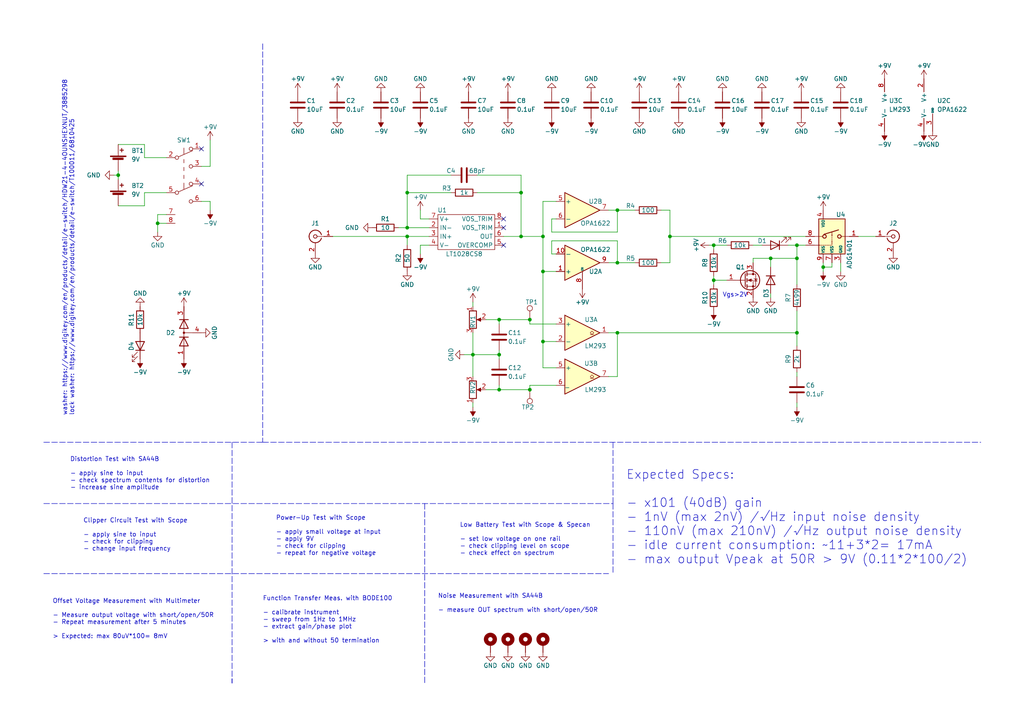
<source format=kicad_sch>
(kicad_sch (version 20211123) (generator eeschema)
  (paper "A4")
  (title_block (title "Spectrum Analyzer Op-Amp") (date "2022-11-06") (rev "3"))
  (lib_symbols
    (symbol "Amplifier_Audio:OPA1622" (pin_names (offset 0.127))
      (property "Reference" "U" (at 3.81 6.35 0))
      (property "Value" "OPA1622" (at 3.81 3.81 0))
      (symbol "OPA1622_1_1"
        (polyline (pts (xy -5.08 5.08) (xy 5.08 0) (xy -5.08 -5.08) (xy -5.08 5.08) (xy -5.08 5.08)) (stroke (width 0.254)) (fill (type background)))
        (pin input line (at -7.62 2.54 0) (length 2.54) (name "+") (number "1"))
        (pin input line (at -7.62 -2.54 0) (length 2.54) (name "-") (number "10"))
        (pin input line (at 0 7.62 270) (length 5.08) (name "EN") (number "8"))
        (pin output line (at 7.62 0 180) (length 2.54) (name "~") (number "9"))
      )
      (symbol "OPA1622_2_1"
        (polyline (pts (xy -5.08 5.08) (xy 5.08 0) (xy -5.08 -5.08) (xy -5.08 5.08) (xy -5.08 5.08)) (stroke (width 0.254)) (fill (type background)))
        (pin input line (at -7.62 2.54 0) (length 2.54) (name "+") (number "5"))
        (pin input line (at -7.62 -2.54 0) (length 2.54) (name "-") (number "6"))
        (pin output line (at 7.62 0 180) (length 2.54) (name "~") (number "7"))
      )
      (symbol "OPA1622_3_1"
        (pin passive line (at -2.54 -7.62 90) (length 3.81) hide (name "V-") (number "11"))
        (pin power_in line (at -2.54 7.62 270) (length 3.81) (name "V+") (number "2"))
        (pin power_in line (at 0 -7.62 90) (length 5.08) (name "GND") (number "3"))
        (pin power_in line (at -2.54 -7.62 90) (length 3.81) (name "V-") (number "4"))
      )
    )
    (symbol "Comparator:LM393" (pin_names (offset 0.127))
      (property "Reference" "U" (at 3.81 3.81 0))
      (property "Value" "LM393" (at 6.35 -3.81 0))
      (symbol "LM393_1_1"
        (polyline (pts (xy -5.08 5.08) (xy 5.08 0) (xy -5.08 -5.08) (xy -5.08 5.08)) (stroke (width 0.254)) (fill (type background)))
        (polyline (pts (xy 3.302 -0.508) (xy 2.794 -0.508) (xy 3.302 0) (xy 2.794 0.508) (xy 2.286 0) (xy 2.794 -0.508) (xy 2.286 -0.508)) (stroke (width 0.127)))
        (pin open_collector line (at 7.62 0 180) (length 2.54) (name "~") (number "1"))
        (pin input line (at -7.62 -2.54 0) (length 2.54) (name "-") (number "2"))
        (pin input line (at -7.62 2.54 0) (length 2.54) (name "+") (number "3"))
      )
      (symbol "LM393_2_1"
        (polyline (pts (xy -5.08 5.08) (xy 5.08 0) (xy -5.08 -5.08) (xy -5.08 5.08)) (stroke (width 0.254)) (fill (type background)))
        (polyline (pts (xy 3.302 -0.508) (xy 2.794 -0.508) (xy 3.302 0) (xy 2.794 0.508) (xy 2.286 0) (xy 2.794 -0.508) (xy 2.286 -0.508)) (stroke (width 0.127)))
        (pin input line (at -7.62 2.54 0) (length 2.54) (name "+") (number "5"))
        (pin input line (at -7.62 -2.54 0) (length 2.54) (name "_") (number "6"))
        (pin open_collector line (at 7.62 0 180) (length 2.54) (name "~") (number "7"))
      )
      (symbol "LM393_3_1"
        (pin power_in line (at -2.54 -7.62 90) (length 3.81) (name "V-") (number "4"))
        (pin power_in line (at -2.54 7.62 270) (length 3.81) (name "V+") (number "8"))
      )
    )
    (symbol "Connector:Conn_Coaxial" (pin_names (offset 1.016) hide)
      (property "Reference" "J" (at 0.254 3.048 0))
      (property "Value" "Conn_Coaxial" (at 2.921 0 90))
      (symbol "Conn_Coaxial_0_1"
        (arc (start -1.778 -0.508) (mid 0.2311 -1.8066) (end 1.778 0) (stroke (width 0.254)))
        (polyline (pts (xy -2.54 0) (xy -0.508 0)))
        (polyline (pts (xy 0 -2.54) (xy 0 -1.778)))
        (circle (center 0 0) (radius 0.508) (stroke (width 0.2032)))
        (arc (start 1.778 0) (mid 0.2099 1.8101) (end -1.778 0.508) (stroke (width 0.254)))
      )
      (symbol "Conn_Coaxial_1_1"
        (pin passive line (at -5.08 0 0) (length 2.54) (name "In") (number "1"))
        (pin passive line (at 0 -5.08 90) (length 2.54) (name "Ext") (number "2"))
      )
    )
    (symbol "Connector:TestPoint" (pin_numbers hide) (pin_names (offset 0.762) hide)
      (property "Reference" "TP" (at 0 6.858 0))
      (property "Value" "TestPoint" (at 0 5.08 0))
      (symbol "TestPoint_0_1"
        (circle (center 0 3.302) (radius 0.762))
      )
      (symbol "TestPoint_1_1"
        (pin passive line (at 0 0 90) (length 2.54) (name "1") (number "1"))
      )
    )
    (symbol "Device:Battery_Cell" (pin_numbers hide) (pin_names (offset 0) hide)
      (property "Reference" "BT" (at 2.54 2.54 0))
      (property "Value" "Battery_Cell" (at 2.54 0 0))
      (symbol "Battery_Cell_0_1"
        (rectangle (start -2.286 1.778) (end 2.286 1.524) (fill (type outline)))
        (rectangle (start -1.5748 1.1938) (end 1.4732 0.6858) (fill (type outline)))
        (polyline (pts (xy 0 0.762) (xy 0 0)))
        (polyline (pts (xy 0 1.778) (xy 0 2.54)))
        (polyline (pts (xy 0.508 3.429) (xy 1.524 3.429)) (stroke (width 0.254)))
        (polyline (pts (xy 1.016 3.937) (xy 1.016 2.921)) (stroke (width 0.254)))
      )
      (symbol "Battery_Cell_1_1"
        (pin passive line (at 0 5.08 270) (length 2.54) (name "+") (number "1"))
        (pin passive line (at 0 -2.54 90) (length 2.54) (name "-") (number "2"))
      )
    )
    (symbol "Device:C" (pin_numbers hide) (pin_names (offset 0.254))
      (property "Reference" "C" (at 0.635 2.54 0))
      (property "Value" "C" (at 0.635 -2.54 0))
      (symbol "C_0_1"
        (polyline (pts (xy -2.032 -0.762) (xy 2.032 -0.762)) (stroke (width 0.508)))
        (polyline (pts (xy -2.032 0.762) (xy 2.032 0.762)) (stroke (width 0.508)))
      )
      (symbol "C_1_1"
        (pin passive line (at 0 3.81 270) (length 2.794) (name "~") (number "1"))
        (pin passive line (at 0 -3.81 90) (length 2.794) (name "~") (number "2"))
      )
    )
    (symbol "Device:D" (pin_numbers hide) (pin_names (offset 1.016) hide)
      (property "Reference" "D" (at 0 2.54 0))
      (property "Value" "D" (at 0 -2.54 0))
      (symbol "D_0_1"
        (polyline (pts (xy -1.27 1.27) (xy -1.27 -1.27)) (stroke (width 0.254)))
        (polyline (pts (xy 1.27 0) (xy -1.27 0)))
        (polyline (pts (xy 1.27 1.27) (xy 1.27 -1.27) (xy -1.27 0) (xy 1.27 1.27)) (stroke (width 0.254)))
      )
      (symbol "D_1_1"
        (pin passive line (at -3.81 0 0) (length 2.54) (name "K") (number "1"))
        (pin passive line (at 3.81 0 180) (length 2.54) (name "A") (number "2"))
      )
    )
    (symbol "Device:LED" (pin_numbers hide) (pin_names (offset 1.016) hide)
      (property "Reference" "D" (at 0 2.54 0))
      (property "Value" "LED" (at 0 -2.54 0))
      (symbol "LED_0_1"
        (polyline (pts (xy -1.27 -1.27) (xy -1.27 1.27)) (stroke (width 0.254)))
        (polyline (pts (xy -1.27 0) (xy 1.27 0)))
        (polyline (pts (xy 1.27 -1.27) (xy 1.27 1.27) (xy -1.27 0) (xy 1.27 -1.27)) (stroke (width 0.254)))
        (polyline (pts (xy -3.048 -0.762) (xy -4.572 -2.286) (xy -3.81 -2.286) (xy -4.572 -2.286) (xy -4.572 -1.524)))
        (polyline (pts (xy -1.778 -0.762) (xy -3.302 -2.286) (xy -2.54 -2.286) (xy -3.302 -2.286) (xy -3.302 -1.524)))
      )
      (symbol "LED_1_1"
        (pin passive line (at -3.81 0 0) (length 2.54) (name "K") (number "1"))
        (pin passive line (at 3.81 0 180) (length 2.54) (name "A") (number "2"))
      )
    )
    (symbol "Device:Q_NMOS_GSD" (pin_names (offset 0) hide)
      (property "Reference" "Q" (at 5.08 1.27 0))
      (property "Value" "Q_NMOS_GSD" (at 5.08 -1.27 0))
      (symbol "Q_NMOS_GSD_0_1"
        (polyline (pts (xy 0.254 0) (xy -2.54 0)))
        (polyline (pts (xy 0.254 1.905) (xy 0.254 -1.905)) (stroke (width 0.254)))
        (polyline (pts (xy 0.762 -1.27) (xy 0.762 -2.286)) (stroke (width 0.254)))
        (polyline (pts (xy 0.762 0.508) (xy 0.762 -0.508)) (stroke (width 0.254)))
        (polyline (pts (xy 0.762 2.286) (xy 0.762 1.27)) (stroke (width 0.254)))
        (polyline (pts (xy 2.54 2.54) (xy 2.54 1.778)))
        (polyline (pts (xy 2.54 -2.54) (xy 2.54 0) (xy 0.762 0)))
        (polyline (pts (xy 0.762 -1.778) (xy 3.302 -1.778) (xy 3.302 1.778) (xy 0.762 1.778)))
        (polyline (pts (xy 1.016 0) (xy 2.032 0.381) (xy 2.032 -0.381) (xy 1.016 0)) (fill (type outline)))
        (polyline (pts (xy 2.794 0.508) (xy 2.921 0.381) (xy 3.683 0.381) (xy 3.81 0.254)))
        (polyline (pts (xy 3.302 0.381) (xy 2.921 -0.254) (xy 3.683 -0.254) (xy 3.302 0.381)))
        (circle (center 1.651 0) (radius 2.794) (stroke (width 0.254)))
        (circle (center 2.54 -1.778) (radius 0.254) (fill (type outline)))
        (circle (center 2.54 1.778) (radius 0.254) (fill (type outline)))
      )
      (symbol "Q_NMOS_GSD_1_1"
        (pin input line (at -5.08 0 0) (length 2.54) (name "G") (number "1"))
        (pin passive line (at 2.54 -5.08 90) (length 2.54) (name "S") (number "2"))
        (pin passive line (at 2.54 5.08 270) (length 2.54) (name "D") (number "3"))
      )
    )
    (symbol "Device:R" (pin_numbers hide) (pin_names (offset 0))
      (property "Reference" "R" (at 2.032 0 90))
      (property "Value" "R" (at 0 0 90))
      (symbol "R_0_1"
        (rectangle (start -1.016 -2.54) (end 1.016 2.54) (stroke (width 0.254)))
      )
      (symbol "R_1_1"
        (pin passive line (at 0 3.81 270) (length 1.27) (name "~") (number "1"))
        (pin passive line (at 0 -3.81 90) (length 1.27) (name "~") (number "2"))
      )
    )
    (symbol "Device:R_Potentiometer" (pin_names (offset 1.016) hide)
      (property "Reference" "RV" (at -4.445 0 90))
      (property "Value" "R_Potentiometer" (at -2.54 0 90))
      (symbol "R_Potentiometer_0_1"
        (polyline (pts (xy 2.54 0) (xy 1.524 0)))
        (polyline (pts (xy 1.143 0) (xy 2.286 0.508) (xy 2.286 -0.508) (xy 1.143 0)) (fill (type outline)))
        (rectangle (start 1.016 2.54) (end -1.016 -2.54) (stroke (width 0.254)))
      )
      (symbol "R_Potentiometer_1_1"
        (pin passive line (at 0 3.81 270) (length 1.27) (name "1") (number "1"))
        (pin passive line (at 3.81 0 180) (length 1.27) (name "2") (number "2"))
        (pin passive line (at 0 -3.81 90) (length 1.27) (name "3") (number "3"))
      )
    )
    (symbol "Mechanical:MountingHole_Pad" (pin_numbers hide) (pin_names (offset 1.016) hide)
      (property "Reference" "H" (at 0 6.35 0))
      (property "Value" "MountingHole_Pad" (at 0 4.445 0))
      (symbol "MountingHole_Pad_0_1"
        (circle (center 0 1.27) (radius 1.27) (stroke (width 1.27)))
      )
      (symbol "MountingHole_Pad_1_1"
        (pin input line (at 0 -2.54 90) (length 2.54) (name "1") (number "1"))
      )
    )
    (symbol "library:ADG1401" (pin_names (offset 0.127))
      (property "Reference" "U" (at -7.62 6.35 0))
      (property "Value" "ADG1401" (at 3.81 -6.35 0))
      (symbol "ADG1401_0_1"
        (polyline (pts (xy -5.08 -2.54) (xy -3.302 -2.54)))
        (polyline (pts (xy -3.048 -2.54) (xy -2.794 -2.54)))
        (polyline (pts (xy -2.54 -2.54) (xy -2.286 -2.54)))
        (polyline (pts (xy -2.032 -2.54) (xy -1.778 -2.54)))
        (polyline (pts (xy -1.524 -2.54) (xy -1.27 -2.54)))
        (polyline (pts (xy -1.016 -2.54) (xy -0.762 -2.54)))
        (polyline (pts (xy -0.508 -2.54) (xy -0.254 -2.54)))
        (polyline (pts (xy 0 -2.032) (xy 0 -1.778)))
        (polyline (pts (xy 0 -1.524) (xy 0 -1.27)))
      )
      (symbol "ADG1401_1_1"
        (rectangle (start -3.81 5.08) (end 3.81 -5.08) (stroke (width 0.254)) (fill (type background)))
        (circle (center -2.159 0) (radius 0.508) (stroke (width 0.254)))
        (polyline (pts (xy -5.08 0) (xy -2.794 0)))
        (polyline (pts (xy -2.286 0.635) (xy 1.905 1.905)) (stroke (width 0.254)))
        (polyline (pts (xy 0 -2.54) (xy 0 -2.286)))
        (polyline (pts (xy 0 -2.032) (xy 0 -1.778)))
        (polyline (pts (xy 0 -1.524) (xy 0 -1.27)))
        (polyline (pts (xy 0 -1.016) (xy 0 -0.762)))
        (polyline (pts (xy 0 -0.508) (xy 0 -0.254)))
        (polyline (pts (xy 0 0) (xy 0 0.508)))
        (polyline (pts (xy 0 0.254) (xy 0 1.27)))
        (polyline (pts (xy 5.08 0) (xy 2.794 0)))
        (circle (center 2.159 0) (radius 0.508) (stroke (width 0.254)))
        (pin passive line (at 7.62 0 180) (length 2.54) (name "~") (number "1"))
        (pin no_connect line (at 0 7.62 270) (length 2.54) hide (name "NC") (number "2"))
        (pin power_in line (at 2.54 -7.62 90) (length 2.54) (name "GND") (number "3"))
        (pin power_in line (at -2.54 7.62 270) (length 2.54) (name "VDD") (number "4"))
        (pin no_connect line (at 2.54 7.62 270) (length 2.54) hide (name "NC") (number "5"))
        (pin input line (at -7.62 -2.54 0) (length 2.54) (name "~") (number "6"))
        (pin power_in line (at 0 -7.62 90) (length 2.54) (name "VSS") (number "7"))
        (pin passive line (at -7.62 0 0) (length 2.54) (name "~") (number "8"))
        (pin power_in line (at -2.54 -7.62 90) (length 2.54) (name "VSS") (number "9"))
      )
    )
    (symbol "library:D_Dual_Series_bat120s" (pin_names (offset 0.762) hide)
      (property "Reference" "D" (at 1.27 -2.54 0))
      (property "Value" "D_Dual_Series_bat120s" (at 0 2.54 0))
      (symbol "D_Dual_Series_bat120s_0_1"
        (polyline (pts (xy 0 0) (xy 0 -2.54)))
        (polyline (pts (xy 3.81 0) (xy -3.81 0)))
        (polyline (pts (xy 6.35 0) (xy 7.62 0)))
        (polyline (pts (xy -1.27 -1.27) (xy -1.27 1.27) (xy -1.27 1.27)) (stroke (width 0.254)))
        (polyline (pts (xy 3.81 1.27) (xy 3.81 -1.27) (xy 3.81 -1.27)) (stroke (width 0.254)))
        (polyline (pts (xy -3.81 1.27) (xy -1.27 0) (xy -3.81 -1.27) (xy -3.81 1.27) (xy -3.81 1.27) (xy -3.81 1.27)) (stroke (width 0.254)))
        (polyline (pts (xy 1.27 1.27) (xy 3.81 0) (xy 1.27 -1.27) (xy 1.27 1.27) (xy 1.27 1.27) (xy 1.27 1.27)) (stroke (width 0.254)))
        (circle (center 0 0) (radius 0.254) (fill (type outline)))
        (pin passive line (at -7.62 0 0) (length 3.81) (name "A") (number "1"))
        (pin passive line (at 7.62 0 180) (length 3.81) (name "K") (number "3"))
        (pin passive line (at 0 -5.08 90) (length 2.54) (name "common") (number "4"))
      )
    )
    (symbol "library:LT1028CS8"
      (property "Reference" "U" (at -6.35 6.35 0))
      (property "Value" "LT1028CS8" (at 1.27 -6.35 0))
      (symbol "LT1028CS8_0_1"
        (rectangle (start -7.62 5.08) (end 8.89 -5.08) (stroke (width 0.1524)))
      )
      (symbol "LT1028CS8_1_1"
        (pin input line (at 11.43 1.27 180) (length 2.54) (name "VOS_TRIM") (number "1"))
        (pin input line (at -10.16 1.27 0) (length 2.54) (name "IN-") (number "2"))
        (pin input line (at -10.16 -1.27 0) (length 2.54) (name "IN+") (number "3"))
        (pin power_in line (at -10.16 -3.81 0) (length 2.54) (name "V-") (number "4"))
        (pin input line (at 11.43 -3.81 180) (length 2.54) (name "OVERCOMP") (number "5"))
        (pin output line (at 11.43 -1.27 180) (length 2.54) (name "OUT") (number "6"))
        (pin power_in line (at -10.16 3.81 0) (length 2.54) (name "V+") (number "7"))
        (pin input line (at 11.43 3.81 180) (length 2.54) (name "VOS_TRIM") (number "8"))
      )
    )
    (symbol "library:SW_Push_DPDT_100DP1T1B1M6QE" (pin_names (offset 0) hide)
      (property "Reference" "SW" (at 0 8.89 0))
      (property "Value" "SW_Push_DPDT_100DP1T1B1M6QE" (at 0 -17.78 0))
      (symbol "SW_Push_DPDT_100DP1T1B1M6QE_0_0"
        (circle (center -2.032 -5.08) (radius 0.508))
        (circle (center -2.032 5.08) (radius 0.508))
        (circle (center 2.032 -7.62) (radius 0.508))
        (circle (center 2.032 2.54) (radius 0.508))
      )
      (symbol "SW_Push_DPDT_100DP1T1B1M6QE_0_1"
        (polyline (pts (xy -1.524 -4.826) (xy 2.54 -3.048)))
        (polyline (pts (xy -1.524 5.334) (xy 2.54 7.112)))
        (polyline (pts (xy 0 -2.286) (xy 0 -4.064)))
        (polyline (pts (xy 0 -1.016) (xy 0 0)))
        (polyline (pts (xy 0 1.27) (xy 0 2.286)))
        (polyline (pts (xy 0 3.556) (xy 0 4.572)))
        (polyline (pts (xy 0 7.874) (xy 0 6.096)))
        (circle (center 2.032 -2.54) (radius 0.508))
        (circle (center 2.032 7.62) (radius 0.508))
      )
      (symbol "SW_Push_DPDT_100DP1T1B1M6QE_1_1"
        (pin passive line (at 5.08 7.62 180) (length 2.54) (name "A") (number "1"))
        (pin passive line (at -5.08 5.08 0) (length 2.54) (name "B") (number "2"))
        (pin passive line (at 5.08 2.54 180) (length 2.54) (name "C") (number "3"))
        (pin passive line (at 5.08 -2.54 180) (length 2.54) (name "A") (number "4"))
        (pin passive line (at -5.08 -5.08 0) (length 2.54) (name "B") (number "5"))
        (pin passive line (at 5.08 -7.62 180) (length 2.54) (name "C") (number "6"))
        (pin passive line (at -5.08 -11.43 0) (length 2.54) (name "SHLD") (number "7"))
        (pin passive line (at -5.08 -13.97 0) (length 2.54) (name "SHLD") (number "8"))
      )
    )
    (symbol "power:+9V" (power) (pin_names (offset 0))
      (property "Value" "+9V" (at 0 3.556 0))
      (symbol "+9V_0_1"
        (polyline (pts (xy -0.762 1.27) (xy 0 2.54)))
        (polyline (pts (xy 0 0) (xy 0 2.54)))
        (polyline (pts (xy 0 2.54) (xy 0.762 1.27)))
      )
      (symbol "+9V_1_1"
        (pin power_in line (at 0 0 90) (length 0) hide (name "+9V") (number "1"))
      )
    )
    (symbol "power:-9V" (power) (pin_names (offset 0))
      (property "Value" "-9V" (at 0 3.81 0))
      (symbol "-9V_0_1"
        (polyline (pts (xy 0 0) (xy 0 2.54)))
        (polyline (pts (xy 0.762 1.27) (xy -0.762 1.27) (xy 0 2.54) (xy 0.762 1.27)) (fill (type outline)))
      )
      (symbol "-9V_1_1"
        (pin power_in line (at 0 0 90) (length 0) hide (name "-9V") (number "1"))
      )
    )
    (symbol "power:GND" (power) (pin_names (offset 0))
      (property "Value" "GND" (at 0 -3.81 0))
      (symbol "GND_0_1"
        (polyline (pts (xy 0 0) (xy 0 -1.27) (xy 1.27 -1.27) (xy 0 -2.54) (xy -1.27 -1.27) (xy 0 -1.27)))
      )
      (symbol "GND_1_1"
        (pin power_in line (at 0 0 270) (length 0) hide (name "GND") (number "1"))
      )
    )
  )
  (junction (at 118.11 66.04))
  (junction (at 179.07 96.52))
  (junction (at 157.48 99.06))
  (junction (at 179.07 76.2))
  (junction (at 238.76 77.47))
  (junction (at 231.14 74.93))
  (junction (at 207.01 81.28))
  (junction (at 153.67 92.71))
  (junction (at 34.29 50.8))
  (junction (at 153.67 113.03))
  (junction (at 144.78 102.87))
  (junction (at 231.14 71.12))
  (junction (at 179.07 60.96))
  (junction (at 194.31 68.58))
  (junction (at 207.01 71.12))
  (junction (at 157.48 68.58))
  (junction (at 151.13 68.58))
  (junction (at 118.11 68.58))
  (junction (at 45.72 64.77))
  (junction (at 157.48 78.74))
  (junction (at 151.13 55.88))
  (junction (at 144.78 113.03))
  (junction (at 231.14 96.52))
  (junction (at 118.11 55.88))
  (junction (at 223.52 74.93))
  (junction (at 144.78 92.71))
  (junction (at 137.16 102.87))
  (no_connect (at 58.42 43.18))
  (no_connect (at 58.42 53.34))
  (no_connect (at 146.05 66.04))
  (no_connect (at 146.05 63.5))
  (no_connect (at 146.05 71.12))
  (wire (pts (xy 161.29 106.68) (xy 157.48 106.68)))
  (wire (pts (xy 160.02 73.66) (xy 161.29 73.66)))
  (polyline (pts (xy 12.7 166.37) (xy 176.53 166.37)))
  (polyline (pts (xy 12.7 128.27) (xy 76.2 128.27)))
  (wire (pts (xy 118.11 66.04) (xy 124.46 66.04)))
  (wire (pts (xy 207.01 71.12) (xy 210.82 71.12)))
  (polyline (pts (xy 123.19 146.05) (xy 123.19 198.12)))
  (wire (pts (xy 41.91 41.91) (xy 34.29 41.91)))
  (wire (pts (xy 176.53 76.2) (xy 179.07 76.2)))
  (wire (pts (xy 151.13 55.88) (xy 151.13 68.58)))
  (wire (pts (xy 151.13 68.58) (xy 146.05 68.58)))
  (wire (pts (xy 231.14 96.52) (xy 231.14 100.33)))
  (wire (pts (xy 179.07 76.2) (xy 184.15 76.2)))
  (polyline (pts (xy 67.31 196.85) (xy 67.31 198.12)))
  (wire (pts (xy 41.91 55.88) (xy 41.91 59.69)))
  (wire (pts (xy 223.52 85.09) (xy 223.52 86.36)))
  (wire (pts (xy 231.14 90.17) (xy 231.14 96.52)))
  (wire (pts (xy 118.11 68.58) (xy 124.46 68.58)))
  (wire (pts (xy 121.92 63.5) (xy 121.92 60.96)))
  (wire (pts (xy 157.48 58.42) (xy 157.48 68.58)))
  (wire (pts (xy 218.44 74.93) (xy 218.44 76.2)))
  (wire (pts (xy 144.78 92.71) (xy 144.78 93.98)))
  (wire (pts (xy 137.16 102.87) (xy 137.16 109.22)))
  (wire (pts (xy 231.14 118.11) (xy 231.14 116.84)))
  (wire (pts (xy 45.72 62.23) (xy 45.72 64.77)))
  (wire (pts (xy 160.02 63.5) (xy 161.29 63.5)))
  (wire (pts (xy 223.52 74.93) (xy 223.52 77.47)))
  (wire (pts (xy 157.48 68.58) (xy 157.48 78.74)))
  (wire (pts (xy 118.11 55.88) (xy 130.81 55.88)))
  (wire (pts (xy 176.53 109.22) (xy 179.07 109.22)))
  (wire (pts (xy 194.31 76.2) (xy 194.31 68.58)))
  (wire (pts (xy 231.14 96.52) (xy 179.07 96.52)))
  (wire (pts (xy 144.78 113.03) (xy 153.67 113.03)))
  (polyline (pts (xy 76.2 12.7) (xy 76.2 128.27)))
  (wire (pts (xy 151.13 50.8) (xy 138.43 50.8)))
  (wire (pts (xy 124.46 71.12) (xy 121.92 71.12)))
  (wire (pts (xy 48.26 55.88) (xy 41.91 55.88)))
  (wire (pts (xy 161.29 78.74) (xy 157.48 78.74)))
  (wire (pts (xy 96.52 68.58) (xy 118.11 68.58)))
  (wire (pts (xy 118.11 50.8) (xy 130.81 50.8)))
  (wire (pts (xy 118.11 55.88) (xy 118.11 50.8)))
  (wire (pts (xy 218.44 71.12) (xy 220.98 71.12)))
  (wire (pts (xy 231.14 71.12) (xy 231.14 74.93)))
  (wire (pts (xy 34.29 49.53) (xy 34.29 50.8)))
  (polyline (pts (xy 12.7 146.05) (xy 177.8 146.05)))
  (wire (pts (xy 137.16 87.63) (xy 137.16 88.9)))
  (wire (pts (xy 191.77 60.96) (xy 194.31 60.96)))
  (wire (pts (xy 137.16 96.52) (xy 137.16 102.87)))
  (wire (pts (xy 179.07 60.96) (xy 179.07 67.31)))
  (wire (pts (xy 144.78 102.87) (xy 144.78 104.14)))
  (wire (pts (xy 231.14 74.93) (xy 231.14 82.55)))
  (wire (pts (xy 207.01 81.28) (xy 207.01 82.55)))
  (wire (pts (xy 58.42 48.26) (xy 60.96 48.26)))
  (wire (pts (xy 205.74 71.12) (xy 207.01 71.12)))
  (wire (pts (xy 121.92 71.12) (xy 121.92 73.66)))
  (wire (pts (xy 238.76 77.47) (xy 241.3 77.47)))
  (wire (pts (xy 160.02 69.85) (xy 179.07 69.85)))
  (wire (pts (xy 231.14 74.93) (xy 223.52 74.93)))
  (wire (pts (xy 33.02 50.8) (xy 34.29 50.8)))
  (wire (pts (xy 151.13 55.88) (xy 151.13 50.8)))
  (wire (pts (xy 138.43 55.88) (xy 151.13 55.88)))
  (wire (pts (xy 41.91 59.69) (xy 34.29 59.69)))
  (wire (pts (xy 157.48 106.68) (xy 157.48 99.06)))
  (wire (pts (xy 153.67 111.76) (xy 153.67 113.03)))
  (wire (pts (xy 160.02 69.85) (xy 160.02 73.66)))
  (wire (pts (xy 151.13 68.58) (xy 157.48 68.58)))
  (polyline (pts (xy 67.31 128.27) (xy 67.31 198.12)))
  (wire (pts (xy 194.31 60.96) (xy 194.31 68.58)))
  (wire (pts (xy 231.14 107.95) (xy 231.14 109.22)))
  (wire (pts (xy 231.14 71.12) (xy 233.68 71.12)))
  (wire (pts (xy 48.26 64.77) (xy 45.72 64.77)))
  (wire (pts (xy 58.42 58.42) (xy 60.96 58.42)))
  (polyline (pts (xy 76.2 128.27) (xy 284.48 128.27)))
  (wire (pts (xy 60.96 58.42) (xy 60.96 60.96)))
  (wire (pts (xy 179.07 60.96) (xy 184.15 60.96)))
  (wire (pts (xy 118.11 66.04) (xy 118.11 55.88)))
  (wire (pts (xy 207.01 71.12) (xy 207.01 72.39)))
  (wire (pts (xy 137.16 102.87) (xy 144.78 102.87)))
  (wire (pts (xy 238.76 77.47) (xy 238.76 76.2)))
  (wire (pts (xy 176.53 96.52) (xy 179.07 96.52)))
  (wire (pts (xy 223.52 74.93) (xy 218.44 74.93)))
  (wire (pts (xy 176.53 60.96) (xy 179.07 60.96)))
  (wire (pts (xy 161.29 93.98) (xy 153.67 93.98)))
  (wire (pts (xy 48.26 45.72) (xy 41.91 45.72)))
  (wire (pts (xy 115.57 66.04) (xy 118.11 66.04)))
  (wire (pts (xy 48.26 62.23) (xy 45.72 62.23)))
  (wire (pts (xy 137.16 116.84) (xy 137.16 118.11)))
  (wire (pts (xy 207.01 80.01) (xy 207.01 81.28)))
  (wire (pts (xy 144.78 101.6) (xy 144.78 102.87)))
  (wire (pts (xy 179.07 76.2) (xy 179.07 69.85)))
  (wire (pts (xy 238.76 78.74) (xy 238.76 77.47)))
  (wire (pts (xy 248.92 68.58) (xy 254 68.58)))
  (wire (pts (xy 194.31 68.58) (xy 233.68 68.58)))
  (wire (pts (xy 134.62 102.87) (xy 137.16 102.87)))
  (wire (pts (xy 144.78 113.03) (xy 144.78 111.76)))
  (wire (pts (xy 153.67 111.76) (xy 161.29 111.76)))
  (wire (pts (xy 157.48 58.42) (xy 161.29 58.42)))
  (wire (pts (xy 157.48 99.06) (xy 161.29 99.06)))
  (wire (pts (xy 157.48 78.74) (xy 157.48 99.06)))
  (polyline (pts (xy 177.8 146.05) (xy 177.8 166.37)))
  (wire (pts (xy 41.91 45.72) (xy 41.91 41.91)))
  (polyline (pts (xy 177.8 128.27) (xy 177.8 146.05)))
  (wire (pts (xy 228.6 71.12) (xy 231.14 71.12)))
  (wire (pts (xy 45.72 64.77) (xy 45.72 67.31)))
  (wire (pts (xy 124.46 63.5) (xy 121.92 63.5)))
  (wire (pts (xy 118.11 68.58) (xy 118.11 71.12)))
  (wire (pts (xy 243.84 76.2) (xy 243.84 78.74)))
  (wire (pts (xy 140.97 92.71) (xy 144.78 92.71)))
  (wire (pts (xy 241.3 77.47) (xy 241.3 76.2)))
  (wire (pts (xy 60.96 40.64) (xy 60.96 48.26)))
  (wire (pts (xy 144.78 92.71) (xy 153.67 92.71)))
  (wire (pts (xy 160.02 67.31) (xy 160.02 63.5)))
  (wire (pts (xy 140.97 113.03) (xy 144.78 113.03)))
  (wire (pts (xy 34.29 50.8) (xy 34.29 52.07)))
  (wire (pts (xy 153.67 93.98) (xy 153.67 92.71)))
  (wire (pts (xy 191.77 76.2) (xy 194.31 76.2)))
  (wire (pts (xy 179.07 96.52) (xy 179.07 109.22)))
  (wire (pts (xy 160.02 67.31) (xy 179.07 67.31)))
  (wire (pts (xy 207.01 81.28) (xy 210.82 81.28)))
  (text "Vgs>2V" (at 209.55 86.36 0) (effects (font (size 1.27 1.27)) (justify left bottom)))
  (text "Power-Up Test with Scope\n\n- apply small voltage at input\n- apply 9V\n- check for clipping \n- repeat for negative voltage" (at 80.01 161.29 0) (effects (font (size 1.27 1.27)) (justify left bottom)))
  (text "Low Battery Test with Scope & Specan\n\n- set low voltage on one rail\n- check clipping level on scope\n- check effect on spectrum" (at 133.35 161.29 0) (effects (font (size 1.27 1.27)) (justify left bottom)))
  (text "Clipper Circuit Test with Scope\n\n- apply sine to input\n- check for clipping\n- change input frequency" (at 24.13 160.02 0) (effects (font (size 1.27 1.27)) (justify left bottom)))
  (text "washer: https://www.digikey.com/en/products/detail/e-switch/HDW21-4-4OUNSHEXNUT/3885298\nlock washer: https://www.digikey.com/en/products/detail/e-switch/T100011/6810425" (at 21.59 120.65 90) (effects (font (size 1.27 1.27)) (justify left bottom)))
  (text "Distortion Test with SA44B\n\n- apply sine to input\n- check spectrum contents for distortion\n- increase sine amplitude" (at 20.32 142.24 0) (effects (font (size 1.27 1.27)) (justify left bottom)))
  (text "Noise Measurement with SA44B\n\n- measure OUT spectrum with short/open/50R" (at 127 177.8 0) (effects (font (size 1.27 1.27)) (justify left bottom)))
  (text "Offset Voltage Measurement with Multimeter\n\n- Measure output voltage with short/open/50R\n- Repeat measurement after 5 minutes\n\n> Expected: max 80uV*100= 8mV" (at 15.24 185.42 0) (effects (font (size 1.27 1.27)) (justify left bottom)))
  (text "Expected Specs:\n\n- x101 (40dB) gain\n- 1nV (max 2nV) /√Hz input noise density\n- 110nV (max 210nV) /√Hz output noise density\n- idle current consumption: ~11+3*2= 17mA\n- max output Vpeak at 50R > 9V (0.11*2*100/2)" (at 181.61 163.83 0) (effects (font (size 2.54 2.54)) (justify left bottom)))
  (text "Function Transfer Meas. with BODE100\n\n- calibrate instrument\n- sweep from 1Hz to 1MHz\n- extract gain/phase plot\n\n> with and without 50 termination" (at 76.2 186.69 0) (effects (font (size 1.27 1.27)) (justify left bottom)))
  (symbol (lib_id "power:GND") (at 220.98 26.67 180) (unit 1)
    (property "Reference" "#PWR041" (effects hide))
    (property "Value" "GND" (at 220.98 22.86 0))
  )
  (symbol (lib_id "power:GND") (at 135.89 34.29 0) (unit 1)
    (property "Reference" "#PWR022" (effects hide))
    (property "Value" "GND" (at 135.89 38.1 0))
  )
  (symbol (lib_id "Device:R") (at 207.01 76.2 180) (unit 1)
    (property "Reference" "R8" (at 204.47 76.2 90))
    (property "Value" "10k" (at 207.01 76.2 90))
    (property "Footprint" "Resistor_SMD:R_0603_1608Metric" (effects hide))
    (property "Field4" "https://www.digikey.com/en/products/detail/yageo/RC0603FR-0710KL/726880" (effects hide))
  )
  (symbol (lib_id "power:GND") (at 45.72 67.31 0) (unit 1)
    (property "Reference" "#PWR011" (effects hide))
    (property "Value" "GND" (at 45.72 71.12 0))
  )
  (symbol (lib_id "Device:R_Potentiometer") (at 137.16 92.71 0) (unit 1)
    (property "Reference" "RV1" (at 137.16 91.44 90) (effects (justify right)))
    (property "Value" "R_Potentiometer" (effects hide))
    (property "Footprint" "Potentiometer_SMD:Potentiometer_Bourns_3214W_Vertical" (effects hide))
    (property "Field4" "https://www.digikey.com/en/products/detail/bourns-inc/3214W-1-203E/248432" (effects hide))
  )
  (symbol (lib_id "power:GND") (at 243.84 78.74 0) (unit 1)
    (property "Reference" "#PWR052" (effects hide))
    (property "Value" "GND" (at 243.84 82.55 0))
  )
  (symbol (lib_id "power:GND") (at 147.32 34.29 0) (unit 1)
    (property "Reference" "#PWR024" (effects hide))
    (property "Value" "GND" (at 147.32 38.1 0))
  )
  (symbol (lib_id "power:GND") (at 142.24 189.23 0) (unit 1)
    (property "Reference" "#PWR045" (effects hide))
    (property "Value" "GND" (at 142.24 193.04 0))
  )
  (symbol (lib_id "power:GND") (at 110.49 26.67 180) (unit 1)
    (property "Reference" "#PWR012" (effects hide))
    (property "Value" "GND" (at 110.49 22.86 0))
  )
  (symbol (lib_id "power:+9V") (at 232.41 26.67 0) (unit 1)
    (property "Reference" "#PWR040" (effects hide))
    (property "Value" "+9V" (at 232.41 22.86 0))
  )
  (symbol (lib_id "Device:C") (at 134.62 50.8 90) (unit 1)
    (property "Reference" "C4" (at 130.81 49.53 90))
    (property "Value" "68pF" (at 138.43 49.53 90))
    (property "Footprint" "Capacitor_SMD:C_0603_1608Metric" (effects hide))
    (property "Field4" "https://www.digikey.com/en/products/detail/murata-electronics/GCM1885C1H680JA16D/1765209" (effects hide))
  )
  (symbol (lib_id "Device:C") (at 171.45 30.48 0) (unit 1)
    (property "Reference" "C10" (at 173.99 29.21 0) (effects (justify left)))
    (property "Value" "0.1uF" (at 173.99 31.75 0) (effects (justify left)))
    (property "Footprint" "Capacitor_SMD:C_0603_1608Metric" (effects hide))
    (property "Field4" "https://www.digikey.com/en/products/detail/samsung-electro-mechanics/CL10B104KB8NNNC/3886658" (effects hide))
  )
  (symbol (lib_id "power:GND") (at 232.41 34.29 0) (unit 1)
    (property "Reference" "#PWR053" (effects hide))
    (property "Value" "GND" (at 232.41 38.1 0))
  )
  (symbol (lib_id "power:GND") (at 223.52 86.36 0) (unit 1)
    (property "Reference" "#PWR0104" (effects hide))
    (property "Value" "GND" (at 223.52 90.17 0))
  )
  (symbol (lib_id "Device:C") (at 144.78 97.79 0) (unit 1)
    (property "Reference" "C11" (at 147.32 96.52 0) (effects (justify left)))
    (property "Value" "0.1uF" (at 147.32 99.06 0) (effects (justify left)))
    (property "Footprint" "Capacitor_SMD:C_0603_1608Metric" (effects hide))
    (property "Field4" "https://www.digikey.com/en/products/detail/samsung-electro-mechanics/CL10B104KB8NNNC/3886658" (effects hide))
  )
  (symbol (lib_id "power:GND") (at 91.44 73.66 0) (unit 1)
    (property "Reference" "#PWR01" (effects hide))
    (property "Value" "GND" (at 91.44 77.47 0))
  )
  (symbol (lib_id "power:+9V") (at 238.76 60.96 0) (unit 1)
    (property "Reference" "#PWR050" (effects hide))
    (property "Value" "+9V" (at 238.76 57.15 0))
  )
  (symbol (lib_id "Device:C") (at 232.41 30.48 0) (unit 1)
    (property "Reference" "C15" (at 234.95 29.21 0) (effects (justify left)))
    (property "Value" "0.1uF" (at 234.95 31.75 0) (effects (justify left)))
    (property "Footprint" "Capacitor_SMD:C_0603_1608Metric" (effects hide))
    (property "Field4" "https://www.digikey.com/en/products/detail/samsung-electro-mechanics/CL10B104KB8NNNC/3886658" (effects hide))
  )
  (symbol (lib_id "Mechanical:MountingHole_Pad") (at 157.48 186.69 0) (unit 1)
    (property "Reference" "H4" (effects hide))
    (property "Value" "MountingHole_Pad" (effects hide))
    (property "Footprint" "MountingHole:MountingHole_2.7mm_M2.5_Pad_TopOnly" (effects hide))
  )
  (symbol (lib_id "power:+9V") (at 196.85 26.67 0) (unit 1)
    (property "Reference" "#PWR035" (effects hide))
    (property "Value" "+9V" (at 196.85 22.86 0))
  )
  (symbol (lib_id "power:-9V") (at 220.98 34.29 180) (unit 1)
    (property "Reference" "#PWR042" (effects hide))
    (property "Value" "-9V" (at 220.98 38.1 0))
  )
  (symbol (lib_id "Device:R") (at 134.62 55.88 90) (unit 1)
    (property "Reference" "R3" (at 129.54 54.61 90))
    (property "Value" "1k" (at 134.62 55.88 90))
    (property "Footprint" "Resistor_SMD:R_0603_1608Metric" (effects hide))
    (property "Field4" "https://www.digikey.com/en/products/detail/yageo/RC0603FR-071KL/726843" (effects hide))
  )
  (symbol (lib_id "power:GND") (at 196.85 34.29 0) (unit 1)
    (property "Reference" "#PWR036" (effects hide))
    (property "Value" "GND" (at 196.85 38.1 0))
  )
  (symbol (lib_id "power:GND") (at 118.11 78.74 0) (unit 1)
    (property "Reference" "#PWR08" (effects hide))
    (property "Value" "GND" (at 118.11 82.55 0))
  )
  (symbol (lib_id "Device:C") (at 110.49 30.48 0) (unit 1)
    (property "Reference" "C3" (at 113.03 29.21 0) (effects (justify left)))
    (property "Value" "10uF" (at 113.03 31.75 0) (effects (justify left)))
    (property "Footprint" "Capacitor_SMD:C_0805_2012Metric" (effects hide))
    (property "Field4" "https://www.digikey.com/en/products/detail/samsung-electro-mechanics/CL21A106KOQNNNE/3886754" (effects hide))
  )
  (symbol (lib_id "power:GND") (at 209.55 26.67 180) (unit 1)
    (property "Reference" "#PWR038" (effects hide))
    (property "Value" "GND" (at 209.55 22.86 0))
  )
  (symbol (lib_id "Device:C") (at 231.14 113.03 0) (unit 1)
    (property "Reference" "C6" (at 233.68 111.76 0) (effects (justify left)))
    (property "Value" "0.1uF" (at 233.68 114.3 0) (effects (justify left)))
    (property "Footprint" "Capacitor_SMD:C_0603_1608Metric" (effects hide))
    (property "Field4" "https://www.digikey.com/en/products/detail/samsung-electro-mechanics/CL10B104KB8NNNC/3886658" (effects hide))
  )
  (symbol (lib_id "power:+9V") (at 185.42 26.67 0) (unit 1)
    (property "Reference" "#PWR033" (effects hide))
    (property "Value" "+9V" (at 185.42 22.86 0))
  )
  (symbol (lib_id "power:GND") (at 121.92 26.67 180) (unit 1)
    (property "Reference" "#PWR014" (effects hide))
    (property "Value" "GND" (at 121.92 22.86 0))
  )
  (symbol (lib_id "Device:C") (at 209.55 30.48 0) (unit 1)
    (property "Reference" "C16" (at 212.09 29.21 0) (effects (justify left)))
    (property "Value" "10uF" (at 212.09 31.75 0) (effects (justify left)))
    (property "Footprint" "Capacitor_SMD:C_0805_2012Metric" (effects hide))
    (property "Field4" "https://www.digikey.com/en/products/detail/samsung-electro-mechanics/CL21A106KOQNNNE/3886754" (effects hide))
  )
  (symbol (lib_id "Connector:TestPoint") (at 153.67 113.03 180) (unit 1)
    (property "Reference" "TP2" (at 154.94 118.11 0) (effects (justify left)))
    (property "Value" "TestPoint" (effects hide))
    (property "Footprint" "TestPoint:TestPoint_Pad_2.0x2.0mm" (effects hide))
  )
  (symbol (lib_id "power:-9V") (at 171.45 34.29 180) (unit 1)
    (property "Reference" "#PWR028" (effects hide))
    (property "Value" "-9V" (at 171.45 38.1 0))
  )
  (symbol (lib_id "power:+9V") (at 267.97 22.86 0) (unit 1)
    (property "Reference" "#PWR018" (effects hide))
    (property "Value" "+9V" (at 267.97 19.05 0))
  )
  (symbol (lib_id "Amplifier_Audio:OPA1622") (at 168.91 60.96 0) (unit 2)
    (property "Reference" "U2" (at 172.72 58.42 0))
    (property "Value" "OPA1622" (at 172.72 64.77 0))
    (property "Footprint" "Package_SON:Texas_S-PVSON-N10" (effects hide))
    (property "Datasheet" "http://www.ti.com/lit/ds/symlink/opa1622.pdf" (effects hide))
    (property "Field4" "https://www.digikey.com/en/products/detail/texas-instruments/OPA1622IDRCR/5804204" (effects hide))
  )
  (symbol (lib_id "power:-9V") (at 231.14 118.11 180) (unit 1)
    (property "Reference" "#PWR049" (effects hide))
    (property "Value" "-9V" (at 231.14 121.92 0))
  )
  (symbol (lib_id "Device:D") (at 223.52 81.28 270) (unit 1)
    (property "Reference" "D3" (at 222.25 85.09 0))
    (property "Value" "D" (effects hide))
    (property "Footprint" "Diode_SMD:D_SOD-323" (effects hide))
    (property "Field4" "https://www.digikey.com/en/products/detail/micro-commercial-co/B5819WS-TP/2213555" (effects hide))
  )
  (symbol (lib_id "Device:R") (at 118.11 74.93 0) (mirror y) (unit 1)
    (property "Reference" "R2" (at 115.57 76.2 90) (effects (justify left)))
    (property "Value" "50" (at 118.11 76.2 90) (effects (justify left)))
    (property "Footprint" "Resistor_SMD:R_0603_1608Metric" (effects hide))
    (property "Field4" "https://www.digikey.com/en/products/detail/yageo/RC0603FR-0749R9L/727264" (effects hide))
  )
  (symbol (lib_id "power:-9V") (at 256.54 38.1 180) (unit 1)
    (property "Reference" "#PWR044" (effects hide))
    (property "Value" "-9V" (at 256.54 41.91 0))
  )
  (symbol (lib_id "Device:R") (at 231.14 104.14 180) (unit 1)
    (property "Reference" "R9" (at 228.6 104.14 90))
    (property "Value" "2k" (at 231.14 104.14 90))
    (property "Footprint" "Resistor_SMD:R_0603_1608Metric" (effects hide))
    (property "Field4" "https://www.digikey.com/en/products/detail/yageo/RC0603FR-072KL/727009" (effects hide))
  )
  (symbol (lib_id "Device:C") (at 135.89 30.48 0) (unit 1)
    (property "Reference" "C7" (at 138.43 29.21 0) (effects (justify left)))
    (property "Value" "10uF" (at 138.43 31.75 0) (effects (justify left)))
    (property "Footprint" "Capacitor_SMD:C_0805_2012Metric" (effects hide))
    (property "Field4" "https://www.digikey.com/en/products/detail/samsung-electro-mechanics/CL21A106KOQNNNE/3886754" (effects hide))
  )
  (symbol (lib_id "Connector:Conn_Coaxial") (at 91.44 68.58 0) (mirror y) (unit 1)
    (property "Reference" "J1" (at 91.44 64.77 0))
    (property "Value" "Conn_Coaxial" (effects hide))
    (property "Footprint" "library:132139_LP" (effects hide))
    (property "Datasheet" " ~" (effects hide))
    (property "Field4" "https://www.digikey.com/en/products/detail/amphenol-rf/132139/1011914" (effects hide))
  )
  (symbol (lib_id "power:GND") (at 171.45 26.67 180) (unit 1)
    (property "Reference" "#PWR027" (effects hide))
    (property "Value" "GND" (at 171.45 22.86 0))
  )
  (symbol (lib_id "power:GND") (at 147.32 189.23 0) (unit 1)
    (property "Reference" "#PWR046" (effects hide))
    (property "Value" "GND" (at 147.32 193.04 0))
  )
  (symbol (lib_id "power:-9V") (at 267.97 38.1 180) (unit 1)
    (property "Reference" "#PWR019" (effects hide))
    (property "Value" "-9V" (at 266.7 41.91 0))
  )
  (symbol (lib_id "Mechanical:MountingHole_Pad") (at 147.32 186.69 0) (unit 1)
    (property "Reference" "H2" (effects hide))
    (property "Value" "MountingHole_Pad" (effects hide))
    (property "Footprint" "MountingHole:MountingHole_2.7mm_M2.5_Pad_TopOnly" (effects hide))
  )
  (symbol (lib_id "Mechanical:MountingHole_Pad") (at 142.24 186.69 0) (unit 1)
    (property "Reference" "H1" (effects hide))
    (property "Value" "MountingHole_Pad" (effects hide))
    (property "Footprint" "MountingHole:MountingHole_2.7mm_M2.5_Pad_TopOnly" (effects hide))
  )
  (symbol (lib_id "Device:R_Potentiometer") (at 137.16 113.03 0) (mirror x) (unit 1)
    (property "Reference" "RV2" (at 137.16 114.3 90) (effects (justify right)))
    (property "Value" "R_Potentiometer" (effects hide))
    (property "Footprint" "Potentiometer_SMD:Potentiometer_Bourns_3214W_Vertical" (effects hide))
    (property "Field4" "https://www.digikey.com/en/products/detail/bourns-inc/3214W-1-203E/248432" (effects hide))
  )
  (symbol (lib_id "Connector:TestPoint") (at 153.67 92.71 0) (unit 1)
    (property "Reference" "TP1" (at 152.4 87.63 0) (effects (justify left)))
    (property "Value" "TestPoint" (effects hide))
    (property "Footprint" "TestPoint:TestPoint_Pad_2.0x2.0mm" (effects hide))
  )
  (symbol (lib_id "library:LT1028CS8") (at 134.62 67.31 0) (unit 1)
    (property "Reference" "U1" (at 128.27 60.96 0))
    (property "Value" "LT1028CS8" (at 134.62 73.66 0))
    (property "Footprint" "Package_SO:SO-8_3.9x4.9mm_P1.27mm" (effects hide))
    (property "Digikey" "https://www.digikey.com/en/products/detail/analog-devices-inc/LT1028CS8-TRPBF/959596" (effects hide))
    (property "Field4" "https://www.digikey.com/en/products/detail/analog-devices-inc/LT1028CS8-TRPBF/959596" (effects hide))
  )
  (symbol (lib_id "power:GND") (at 218.44 86.36 0) (unit 1)
    (property "Reference" "#PWR037" (effects hide))
    (property "Value" "GND" (at 218.44 90.17 0))
  )
  (symbol (lib_id "Device:R") (at 187.96 76.2 90) (unit 1)
    (property "Reference" "R5" (at 182.88 74.93 90))
    (property "Value" "100" (at 187.96 76.2 90))
    (property "Footprint" "Resistor_SMD:R_0805_2012Metric" (effects hide))
    (property "Field4" "https://www.digikey.com/en/products/detail/panasonic-electronic-components/ERJ-P06F1000V/3982698" (effects hide))
  )
  (symbol (lib_id "Device:C") (at 144.78 107.95 0) (unit 1)
    (property "Reference" "C12" (at 147.32 106.68 0) (effects (justify left)))
    (property "Value" "0.1uF" (at 147.32 109.22 0) (effects (justify left)))
    (property "Footprint" "Capacitor_SMD:C_0603_1608Metric" (effects hide))
    (property "Field4" "https://www.digikey.com/en/products/detail/samsung-electro-mechanics/CL10B104KB8NNNC/3886658" (effects hide))
  )
  (symbol (lib_id "Device:C") (at 147.32 30.48 0) (unit 1)
    (property "Reference" "C8" (at 149.86 29.21 0) (effects (justify left)))
    (property "Value" "0.1uF" (at 149.86 31.75 0) (effects (justify left)))
    (property "Footprint" "Capacitor_SMD:C_0603_1608Metric" (effects hide))
    (property "Field4" "https://www.digikey.com/en/products/detail/samsung-electro-mechanics/CL10B104KB8NNNC/3886658" (effects hide))
  )
  (symbol (lib_id "Device:Q_NMOS_GSD") (at 215.9 81.28 0) (unit 1)
    (property "Reference" "Q1" (at 213.36 77.47 0) (effects (justify left)))
    (property "Value" "Q_NMOS_GSD" (effects hide))
    (property "Footprint" "Package_TO_SOT_SMD:SOT-23" (effects hide))
    (property "Field4" "https://www.digikey.com/en/products/detail/nexperia-usa-inc/PMV213SN-215/1157786" (effects hide))
  )
  (symbol (lib_id "Device:C") (at 196.85 30.48 0) (unit 1)
    (property "Reference" "C14" (at 199.39 29.21 0) (effects (justify left)))
    (property "Value" "0.1uF" (at 199.39 31.75 0) (effects (justify left)))
    (property "Footprint" "Capacitor_SMD:C_0603_1608Metric" (effects hide))
    (property "Field4" "https://www.digikey.com/en/products/detail/samsung-electro-mechanics/CL10B104KB8NNNC/3886658" (effects hide))
  )
  (symbol (lib_id "Device:C") (at 220.98 30.48 0) (unit 1)
    (property "Reference" "C17" (at 223.52 29.21 0) (effects (justify left)))
    (property "Value" "0.1uF" (at 223.52 31.75 0) (effects (justify left)))
    (property "Footprint" "Capacitor_SMD:C_0603_1608Metric" (effects hide))
    (property "Field4" "https://www.digikey.com/en/products/detail/samsung-electro-mechanics/CL10B104KB8NNNC/3886658" (effects hide))
  )
  (symbol (lib_id "power:-9V") (at 207.01 90.17 180) (unit 1)
    (property "Reference" "#PWR0105" (effects hide))
    (property "Value" "-9V" (at 207.01 93.98 0))
  )
  (symbol (lib_id "power:GND") (at 243.84 26.67 180) (unit 1)
    (property "Reference" "#PWR054" (effects hide))
    (property "Value" "GND" (at 243.84 22.86 0))
  )
  (symbol (lib_id "power:-9V") (at 121.92 73.66 180) (unit 1)
    (property "Reference" "#PWR010" (effects hide))
    (property "Value" "-9V" (at 121.92 77.47 0))
  )
  (symbol (lib_id "power:-9V") (at 40.64 104.14 180) (unit 1)
    (property "Reference" "#PWR059" (effects hide))
    (property "Value" "-9V" (at 40.64 107.95 0))
  )
  (symbol (lib_id "Amplifier_Audio:OPA1622") (at 168.91 76.2 0) (mirror x) (unit 1)
    (property "Reference" "U2" (at 172.72 78.74 0))
    (property "Value" "OPA1622" (at 172.72 72.39 0))
    (property "Footprint" "Package_SON:Texas_S-PVSON-N10" (effects hide))
    (property "Datasheet" "http://www.ti.com/lit/ds/symlink/opa1622.pdf" (effects hide))
    (property "Field4" "https://www.digikey.com/en/products/detail/texas-instruments/OPA1622IDRCR/5804204" (effects hide))
  )
  (symbol (lib_id "Device:C") (at 243.84 30.48 0) (unit 1)
    (property "Reference" "C18" (at 246.38 29.21 0) (effects (justify left)))
    (property "Value" "0.1uF" (at 246.38 31.75 0) (effects (justify left)))
    (property "Footprint" "Capacitor_SMD:C_0603_1608Metric" (effects hide))
    (property "Field4" "https://www.digikey.com/en/products/detail/samsung-electro-mechanics/CL10B104KB8NNNC/3886658" (effects hide))
  )
  (symbol (lib_id "power:GND") (at 160.02 26.67 180) (unit 1)
    (property "Reference" "#PWR025" (effects hide))
    (property "Value" "GND" (at 160.02 22.86 0))
  )
  (symbol (lib_id "power:-9V") (at 110.49 34.29 180) (unit 1)
    (property "Reference" "#PWR013" (effects hide))
    (property "Value" "-9V" (at 110.49 38.1 0))
  )
  (symbol (lib_id "power:+9V") (at 137.16 87.63 0) (unit 1)
    (property "Reference" "#PWR031" (effects hide))
    (property "Value" "+9V" (at 137.16 83.82 0))
  )
  (symbol (lib_id "power:+9V") (at 86.36 26.67 0) (unit 1)
    (property "Reference" "#PWR02" (effects hide))
    (property "Value" "+9V" (at 86.36 22.86 0))
  )
  (symbol (lib_id "power:-9V") (at 137.16 118.11 180) (unit 1)
    (property "Reference" "#PWR032" (effects hide))
    (property "Value" "-9V" (at 137.16 121.92 0))
  )
  (symbol (lib_id "power:-9V") (at 238.76 78.74 180) (unit 1)
    (property "Reference" "#PWR051" (effects hide))
    (property "Value" "-9V" (at 238.76 82.55 0))
  )
  (symbol (lib_id "power:-9V") (at 160.02 34.29 180) (unit 1)
    (property "Reference" "#PWR026" (effects hide))
    (property "Value" "-9V" (at 160.02 38.1 0))
  )
  (symbol (lib_id "power:+9V") (at 147.32 26.67 0) (unit 1)
    (property "Reference" "#PWR023" (effects hide))
    (property "Value" "+9V" (at 147.32 22.86 0))
  )
  (symbol (lib_id "Device:R") (at 207.01 86.36 180) (unit 1)
    (property "Reference" "R10" (at 204.47 86.36 90))
    (property "Value" "10k" (at 207.01 86.36 90))
    (property "Footprint" "Resistor_SMD:R_0603_1608Metric" (effects hide))
    (property "Field4" "https://www.digikey.com/en/products/detail/yageo/RC0603FR-0710KL/726880" (effects hide))
  )
  (symbol (lib_id "power:GND") (at 97.79 34.29 0) (unit 1)
    (property "Reference" "#PWR07" (effects hide))
    (property "Value" "GND" (at 97.79 38.1 0))
  )
  (symbol (lib_id "power:-9V") (at 60.96 60.96 180) (unit 1)
    (property "Reference" "#PWR017" (effects hide))
    (property "Value" "-9V" (at 60.96 64.77 0))
  )
  (symbol (lib_id "library:ADG1401") (at 241.3 68.58 0) (unit 1)
    (property "Reference" "U4" (at 243.84 62.23 0))
    (property "Value" "ADG1401" (at 246.38 73.66 90))
    (property "Footprint" "library:WDFN-8-1EP_3x2mm_P0.5mm_EP1.65x1.8mm" (effects hide))
    (property "Digikey" "https://www.digikey.com/en/products/detail/analog-devices-inc/ADG1401BCPZ-REEL7/2261062" (effects hide))
    (property "Field4" "https://www.digikey.com/en/products/detail/analog-devices-inc/ADG1401BCPZ-REEL7/2261062" (effects hide))
  )
  (symbol (lib_id "Device:LED") (at 224.79 71.12 180) (unit 1)
    (property "Reference" "D1" (at 219.71 69.85 0) (effects (justify right)))
    (property "Value" "LED" (effects hide))
    (property "Footprint" "LED_SMD:LED_0603_1608Metric" (effects hide))
    (property "Field4" "https://www.digikey.com/en/products/detail/rohm-semiconductor/SML-D12U8WT86/1641799" (effects hide))
  )
  (symbol (lib_id "power:-9V") (at 53.34 104.14 180) (unit 1)
    (property "Reference" "#PWR0102" (effects hide))
    (property "Value" "-9V" (at 53.34 107.95 0))
  )
  (symbol (lib_id "power:+9V") (at 121.92 60.96 0) (unit 1)
    (property "Reference" "#PWR09" (effects hide))
    (property "Value" "+9V" (at 121.92 57.15 0))
  )
  (symbol (lib_id "power:GND") (at 33.02 50.8 270) (unit 1)
    (property "Reference" "#PWR04" (effects hide))
    (property "Value" "GND" (at 29.21 50.8 90) (effects (justify right)))
  )
  (symbol (lib_id "power:+9V") (at 205.74 71.12 90) (unit 1)
    (property "Reference" "#PWR020" (effects hide))
    (property "Value" "+9V" (at 201.93 71.12 0))
  )
  (symbol (lib_id "Device:R") (at 111.76 66.04 90) (unit 1)
    (property "Reference" "R1" (at 111.76 63.5 90))
    (property "Value" "10" (at 111.76 66.04 90))
    (property "Footprint" "Resistor_SMD:R_0603_1608Metric" (effects hide))
    (property "Field4" "https://www.digikey.com/en/products/detail/yageo/RC0603FR-0710RL/726879" (effects hide))
  )
  (symbol (lib_id "power:+9V") (at 135.89 26.67 0) (unit 1)
    (property "Reference" "#PWR021" (effects hide))
    (property "Value" "+9V" (at 135.89 22.86 0))
  )
  (symbol (lib_id "Device:C") (at 160.02 30.48 0) (unit 1)
    (property "Reference" "C9" (at 162.56 29.21 0) (effects (justify left)))
    (property "Value" "10uF" (at 162.56 31.75 0) (effects (justify left)))
    (property "Footprint" "Capacitor_SMD:C_0805_2012Metric" (effects hide))
    (property "Field4" "https://www.digikey.com/en/products/detail/samsung-electro-mechanics/CL21A106KOQNNNE/3886754" (effects hide))
  )
  (symbol (lib_id "Device:C") (at 121.92 30.48 0) (unit 1)
    (property "Reference" "C5" (at 124.46 29.21 0) (effects (justify left)))
    (property "Value" "0.1uF" (at 124.46 31.75 0) (effects (justify left)))
    (property "Footprint" "Capacitor_SMD:C_0603_1608Metric" (effects hide))
    (property "Field4" "https://www.digikey.com/en/products/detail/samsung-electro-mechanics/CL10B104KB8NNNC/3886658" (effects hide))
  )
  (symbol (lib_id "power:+9V") (at 60.96 40.64 0) (unit 1)
    (property "Reference" "#PWR016" (effects hide))
    (property "Value" "+9V" (at 60.96 36.83 0))
  )
  (symbol (lib_id "power:GND") (at 157.48 189.23 0) (unit 1)
    (property "Reference" "#PWR048" (effects hide))
    (property "Value" "GND" (at 157.48 193.04 0))
  )
  (symbol (lib_id "power:-9V") (at 209.55 34.29 180) (unit 1)
    (property "Reference" "#PWR039" (effects hide))
    (property "Value" "-9V" (at 209.55 38.1 0))
  )
  (symbol (lib_id "power:GND") (at 107.95 66.04 270) (unit 1)
    (property "Reference" "#PWR05" (effects hide))
    (property "Value" "GND" (at 104.14 66.04 90) (effects (justify right)))
  )
  (symbol (lib_id "power:GND") (at 86.36 34.29 0) (unit 1)
    (property "Reference" "#PWR03" (effects hide))
    (property "Value" "GND" (at 86.36 38.1 0))
  )
  (symbol (lib_id "power:GND") (at 259.08 73.66 0) (mirror y) (unit 1)
    (property "Reference" "#PWR029" (effects hide))
    (property "Value" "GND" (at 259.08 77.47 0))
  )
  (symbol (lib_id "Comparator:LM393") (at 259.08 30.48 0) (unit 3)
    (property "Reference" "U3" (at 257.81 29.2099 0) (effects (justify left)))
    (property "Value" "LM293" (at 257.81 31.7499 0) (effects (justify left)))
    (property "Footprint" "Package_SO:TSSOP-8_4.4x3mm_P0.65mm" (effects hide))
    (property "Datasheet" "http://www.ti.com/lit/ds/symlink/lm393.pdf" (effects hide))
    (property "Field4" "https://www.digikey.com/en/products/detail/stmicroelectronics/LM293PT/1038688" (effects hide))
  )
  (symbol (lib_id "power:GND") (at 58.42 96.52 90) (unit 1)
    (property "Reference" "#PWR0103" (effects hide))
    (property "Value" "GND" (at 62.23 96.52 0))
  )
  (symbol (lib_id "power:+9V") (at 168.91 83.82 180) (unit 1)
    (property "Reference" "#PWR055" (effects hide))
    (property "Value" "+9V" (at 168.91 87.63 0))
  )
  (symbol (lib_id "power:GND") (at 152.4 189.23 0) (unit 1)
    (property "Reference" "#PWR047" (effects hide))
    (property "Value" "GND" (at 152.4 193.04 0))
  )
  (symbol (lib_id "library:D_Dual_Series_bat120s") (at 53.34 96.52 90) (unit 1)
    (property "Reference" "D2" (at 50.8 96.52 90) (effects (justify left)))
    (property "Value" "D_Dual_Series_bat120s" (effects hide))
    (property "Footprint" "Package_TO_SOT_SMD:SOT-223" (effects hide))
    (property "Field4" "https://www.digikey.com/en/products/detail/nexperia-usa-inc/BAT120S-115/1232111" (effects hide))
  )
  (symbol (lib_id "power:-9V") (at 121.92 34.29 180) (unit 1)
    (property "Reference" "#PWR015" (effects hide))
    (property "Value" "-9V" (at 121.92 38.1 0))
  )
  (symbol (lib_id "power:+9V") (at 97.79 26.67 0) (unit 1)
    (property "Reference" "#PWR06" (effects hide))
    (property "Value" "+9V" (at 97.79 22.86 0))
  )
  (symbol (lib_id "power:GND") (at 40.64 88.9 180) (unit 1)
    (property "Reference" "#PWR058" (effects hide))
    (property "Value" "GND" (at 40.64 85.09 0))
  )
  (symbol (lib_id "Comparator:LM393") (at 168.91 96.52 0) (unit 1)
    (property "Reference" "U3" (at 171.45 92.71 0))
    (property "Value" "LM293" (at 172.72 100.33 0))
    (property "Footprint" "Package_SO:TSSOP-8_4.4x3mm_P0.65mm" (effects hide))
    (property "Datasheet" "http://www.ti.com/lit/ds/symlink/lm393.pdf" (effects hide))
    (property "Field4" "https://www.digikey.com/en/products/detail/stmicroelectronics/LM293PT/1038688" (effects hide))
  )
  (symbol (lib_id "power:GND") (at 185.42 34.29 0) (unit 1)
    (property "Reference" "#PWR034" (effects hide))
    (property "Value" "GND" (at 185.42 38.1 0))
  )
  (symbol (lib_id "Device:C") (at 86.36 30.48 0) (unit 1)
    (property "Reference" "C1" (at 88.9 29.21 0) (effects (justify left)))
    (property "Value" "10uF" (at 88.9 31.75 0) (effects (justify left)))
    (property "Footprint" "Capacitor_SMD:C_0805_2012Metric" (effects hide))
    (property "Field4" "https://www.digikey.com/en/products/detail/samsung-electro-mechanics/CL21A106KOQNNNE/3886754" (effects hide))
  )
  (symbol (lib_id "library:SW_Push_DPDT_100DP1T1B1M6QE") (at 53.34 50.8 0) (unit 1)
    (property "Reference" "SW1" (at 53.34 40.64 0))
    (property "Value" "SW_Push_DPDT_100DP1T1B1M6QE" (effects hide))
    (property "Footprint" "library:100DP1T1B1M6QE" (effects hide))
    (property "Field4" "https://www.digikey.com/en/products/detail/e-switch/100DP1T1B1M6QE/3777864" (effects hide))
  )
  (symbol (lib_id "Device:LED") (at 40.64 100.33 270) (mirror x) (unit 1)
    (property "Reference" "D4" (at 38.1 99.06 0) (effects (justify right)))
    (property "Value" "LED" (effects hide))
    (property "Footprint" "LED_SMD:LED_0603_1608Metric" (effects hide))
    (property "Field4" "https://www.digikey.com/en/products/detail/rohm-semiconductor/SML-D12U8WT86/1641799" (effects hide))
  )
  (symbol (lib_id "Amplifier_Audio:OPA1622") (at 270.51 30.48 0) (unit 3)
    (property "Reference" "U2" (at 271.78 29.2099 0) (effects (justify left)))
    (property "Value" "OPA1622" (at 271.78 31.7499 0) (effects (justify left)))
    (property "Footprint" "Package_SON:Texas_S-PVSON-N10" (effects hide))
    (property "Datasheet" "http://www.ti.com/lit/ds/symlink/opa1622.pdf" (effects hide))
    (property "Field4" "https://www.digikey.com/en/products/detail/texas-instruments/OPA1622IDRCR/5804204" (effects hide))
  )
  (symbol (lib_id "Device:Battery_Cell") (at 34.29 46.99 0) (unit 1)
    (property "Reference" "BT1" (at 38.1 43.6879 0) (effects (justify left)))
    (property "Value" "9V" (at 38.1 46.2279 0) (effects (justify left)))
    (property "Footprint" "Connector_PinSocket_2.00mm:PinSocket_2x01_P2.00mm_Vertical" (effects hide))
    (property "Field4" "https://www.digikey.com/en/products/detail/keystone-electronics/232/303804" (effects hide))
  )
  (symbol (lib_id "Mechanical:MountingHole_Pad") (at 152.4 186.69 0) (unit 1)
    (property "Reference" "H3" (effects hide))
    (property "Value" "MountingHole_Pad" (effects hide))
    (property "Footprint" "MountingHole:MountingHole_2.7mm_M2.5_Pad_TopOnly" (effects hide))
  )
  (symbol (lib_id "power:-9V") (at 243.84 34.29 180) (unit 1)
    (property "Reference" "#PWR057" (effects hide))
    (property "Value" "-9V" (at 243.84 38.1 0))
  )
  (symbol (lib_id "power:+9V") (at 256.54 22.86 0) (unit 1)
    (property "Reference" "#PWR043" (effects hide))
    (property "Value" "+9V" (at 256.54 19.05 0))
  )
  (symbol (lib_id "power:GND") (at 134.62 102.87 270) (unit 1)
    (property "Reference" "#PWR030" (effects hide))
    (property "Value" "GND" (at 130.81 102.87 0))
  )
  (symbol (lib_id "Device:C") (at 97.79 30.48 0) (unit 1)
    (property "Reference" "C2" (at 100.33 29.21 0) (effects (justify left)))
    (property "Value" "0.1uF" (at 100.33 31.75 0) (effects (justify left)))
    (property "Footprint" "Capacitor_SMD:C_0603_1608Metric" (effects hide))
    (property "Field4" "https://www.digikey.com/en/products/detail/samsung-electro-mechanics/CL10B104KB8NNNC/3886658" (effects hide))
  )
  (symbol (lib_id "Connector:Conn_Coaxial") (at 259.08 68.58 0) (unit 1)
    (property "Reference" "J2" (at 259.08 64.77 0))
    (property "Value" "Conn_Coaxial" (effects hide))
    (property "Footprint" "library:132139_LP" (effects hide))
    (property "Datasheet" " ~" (effects hide))
    (property "Field4" "https://www.digikey.com/en/products/detail/amphenol-rf/132139/1011914" (effects hide))
  )
  (symbol (lib_id "power:GND") (at 270.51 38.1 0) (unit 1)
    (property "Reference" "#PWR056" (effects hide))
    (property "Value" "GND" (at 270.51 41.91 0))
  )
  (symbol (lib_id "Device:R") (at 40.64 92.71 180) (unit 1)
    (property "Reference" "R11" (at 38.1 92.71 90))
    (property "Value" "10k" (at 40.64 92.71 90))
    (property "Footprint" "Resistor_SMD:R_0603_1608Metric" (effects hide))
    (property "Field4" "https://www.digikey.com/en/products/detail/yageo/RC0603FR-0710KL/726880" (effects hide))
  )
  (symbol (lib_id "Device:R") (at 231.14 86.36 180) (unit 1)
    (property "Reference" "R7" (at 228.6 86.36 90))
    (property "Value" "4k99" (at 231.14 86.36 90))
    (property "Footprint" "Resistor_SMD:R_0603_1608Metric" (effects hide))
    (property "Field4" "https://www.digikey.com/en/products/detail/yageo/RC0603FR-074K99L/727219" (effects hide))
  )
  (symbol (lib_id "Device:C") (at 185.42 30.48 0) (unit 1)
    (property "Reference" "C13" (at 187.96 29.21 0) (effects (justify left)))
    (property "Value" "10uF" (at 187.96 31.75 0) (effects (justify left)))
    (property "Footprint" "Capacitor_SMD:C_0805_2012Metric" (effects hide))
    (property "Field4" "https://www.digikey.com/en/products/detail/samsung-electro-mechanics/CL21A106KOQNNNE/3886754" (effects hide))
  )
  (symbol (lib_id "power:+9V") (at 53.34 88.9 0) (unit 1)
    (property "Reference" "#PWR0101" (effects hide))
    (property "Value" "+9V" (at 53.34 85.09 0))
  )
  (symbol (lib_id "Device:Battery_Cell") (at 34.29 57.15 0) (unit 1)
    (property "Reference" "BT2" (at 38.1 53.8479 0) (effects (justify left)))
    (property "Value" "9V" (at 38.1 56.3879 0) (effects (justify left)))
    (property "Footprint" "Connector_PinSocket_2.00mm:PinSocket_2x01_P2.00mm_Vertical" (effects hide))
    (property "Field4" "https://www.digikey.com/en/products/detail/keystone-electronics/232/303804" (effects hide))
  )
  (symbol (lib_id "Comparator:LM393") (at 168.91 109.22 0) (unit 2)
    (property "Reference" "U3" (at 171.45 105.41 0))
    (property "Value" "LM293" (at 172.72 113.03 0))
    (property "Footprint" "Package_SO:TSSOP-8_4.4x3mm_P0.65mm" (effects hide))
    (property "Datasheet" "http://www.ti.com/lit/ds/symlink/lm393.pdf" (effects hide))
    (property "Field4" "https://www.digikey.com/en/products/detail/stmicroelectronics/LM293PT/1038688" (effects hide))
  )
  (symbol (lib_id "Device:R") (at 214.63 71.12 90) (unit 1)
    (property "Reference" "R6" (at 209.55 69.85 90))
    (property "Value" "10k" (at 214.63 71.12 90))
    (property "Footprint" "Resistor_SMD:R_0603_1608Metric" (effects hide))
    (property "Field4" "https://www.digikey.com/en/products/detail/yageo/RC0603FR-0710KL/726880" (effects hide))
  )
  (symbol (lib_id "Device:R") (at 187.96 60.96 90) (unit 1)
    (property "Reference" "R4" (at 182.88 59.69 90))
    (property "Value" "100" (at 187.96 60.96 90))
    (property "Footprint" "Resistor_SMD:R_0805_2012Metric" (effects hide))
    (property "Field4" "https://www.digikey.com/en/products/detail/panasonic-electronic-components/ERJ-P06F1000V/3982698" (effects hide))
  )
)
</source>
